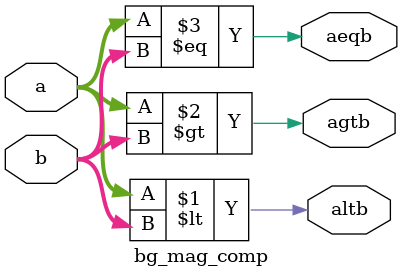
<source format=sv>
module bg_mag_comp
  #(parameter width=4)
  (output logic altb, aeqb, agtb,
   input  logic [width-1:0] a,
   input  logic [width-1:0] b);

  assign altb = a < b;
  assign agtb = a > b;
  assign aeqb = a == b;

endmodule: bg_mag_comp

</source>
